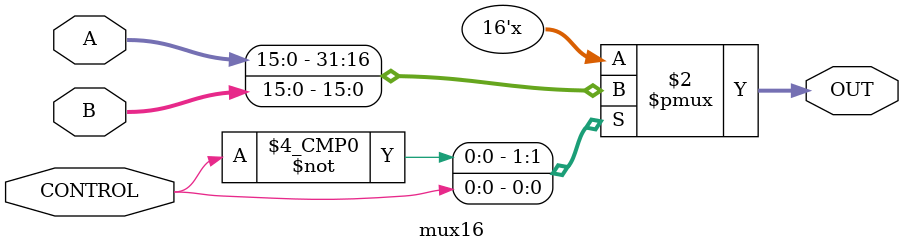
<source format=v>
module mux16(A, B, CONTROL, OUT);
	input      [15: 0] A;
	input      [15: 0] B;
	input              CONTROL;
	output reg [15: 0] OUT;

	always @(A or B or CONTROL) begin
		case(CONTROL)
			0: OUT = A;
			1: OUT = B;
			default: OUT = A;
		endcase
	end
endmodule

</source>
